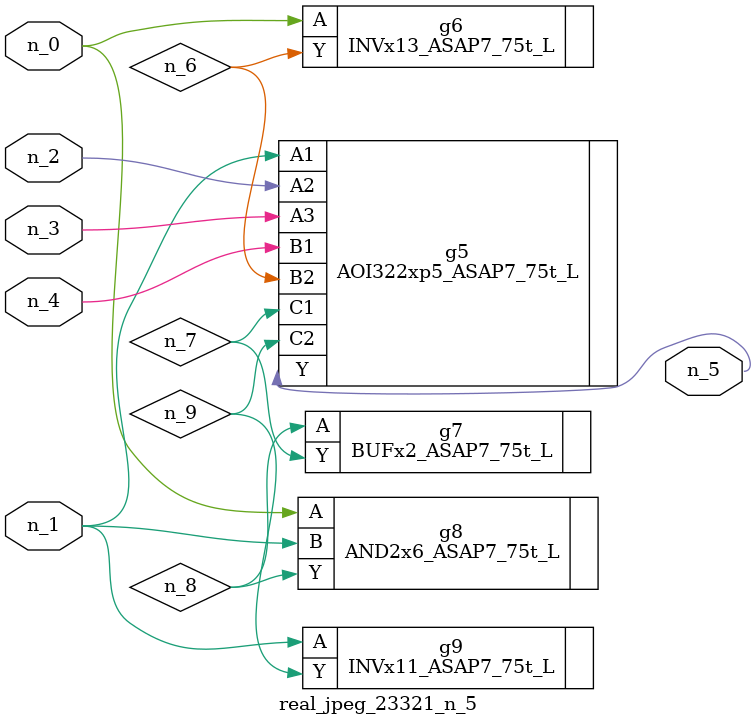
<source format=v>
module real_jpeg_23321_n_5 (n_4, n_0, n_1, n_2, n_3, n_5);

input n_4;
input n_0;
input n_1;
input n_2;
input n_3;

output n_5;

wire n_8;
wire n_6;
wire n_7;
wire n_9;

INVx13_ASAP7_75t_L g6 ( 
.A(n_0),
.Y(n_6)
);

AND2x6_ASAP7_75t_L g8 ( 
.A(n_0),
.B(n_1),
.Y(n_8)
);

AOI322xp5_ASAP7_75t_L g5 ( 
.A1(n_1),
.A2(n_2),
.A3(n_3),
.B1(n_4),
.B2(n_6),
.C1(n_7),
.C2(n_9),
.Y(n_5)
);

INVx11_ASAP7_75t_L g9 ( 
.A(n_1),
.Y(n_9)
);

BUFx2_ASAP7_75t_L g7 ( 
.A(n_8),
.Y(n_7)
);


endmodule
</source>
